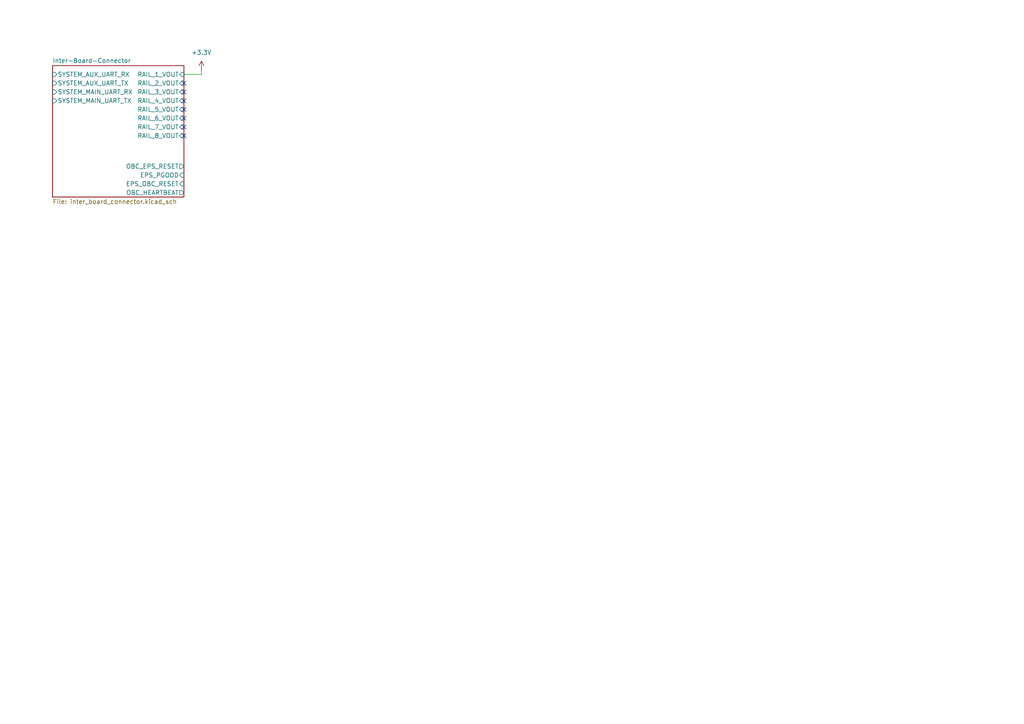
<source format=kicad_sch>
(kicad_sch (version 20250114) (generator "eeschema") (generator_version "9.0")
  (paper "A4")
  (title_block (title "OSUSat OBC") (date "2026-01-17") (rev "1") (company "SCRT"))
  (lib_symbols
    (symbol "power:+3.3V" (power) (pin_numbers (hide yes)) (pin_names (offset 0) (hide yes))
      (property "Value" "+3.3V" (at 0 3.556 0))
      (symbol "+3.3V_0_1"
        (polyline (pts (xy -0.762 1.27) (xy 0 2.54)))
        (polyline (pts (xy 0 2.54) (xy 0.762 1.27)))
        (polyline (pts (xy 0 0) (xy 0 2.54)))
      )
      (symbol "+3.3V_1_1"
        (pin power_in line (at 0 0 90) (length 0) (name "~") (number "1"))
      )
    )
  )
  (no_connect (at 53.34 39.37))
  (no_connect (at 53.34 24.13))
  (no_connect (at 53.34 36.83))
  (no_connect (at 53.34 26.67))
  (no_connect (at 53.34 31.75))
  (no_connect (at 53.34 34.29))
  (no_connect (at 53.34 29.21))
  (wire (pts (xy 53.34 21.59) (xy 58.42 21.59)))
  (wire (pts (xy 58.42 21.59) (xy 58.42 20.32)))
  (symbol (lib_id "power:+3.3V") (at 58.42 20.32 0) (unit 1)
    (property "Reference" "#PWR01" (effects (hide yes)))
    (property "Value" "+3.3V" (at 58.42 15.24 0))
    (property "Description" "Power symbol creates a global label with name \"+3.3V\"" (effects (hide yes)))
  )
  (sheet (at 15.24 19.05) (size 38.1 38.1) (stroke (width 0.1524))
    (property "Sheetname" "Inter-Board-Connector" (at 15.24 18.3384 0) (effects (justify left bottom)))
    (property "Sheetfile" "inter_board_connector.kicad_sch" (at 15.24 57.7346 0) (effects (justify left top)))
    (pin "EPS_OBC_RESET" input (at 53.34 53.34 0))
    (pin "EPS_PGOOD" input (at 53.34 50.8 0))
    (pin "OBC_EPS_RESET" output (at 53.34 48.26 0))
    (pin "OBC_HEARTBEAT" output (at 53.34 55.88 0))
    (pin "RAIL_1_VOUT" input (at 53.34 21.59 0))
    (pin "RAIL_2_VOUT" input (at 53.34 24.13 0))
    (pin "RAIL_3_VOUT" input (at 53.34 26.67 0))
    (pin "RAIL_4_VOUT" input (at 53.34 29.21 0))
    (pin "RAIL_5_VOUT" input (at 53.34 31.75 0))
    (pin "RAIL_6_VOUT" input (at 53.34 34.29 0))
    (pin "RAIL_7_VOUT" input (at 53.34 36.83 0))
    (pin "RAIL_8_VOUT" input (at 53.34 39.37 0))
    (pin "SYSTEM_AUX_UART_RX" input (at 15.24 21.59 180))
    (pin "SYSTEM_AUX_UART_TX" input (at 15.24 24.13 180))
    (pin "SYSTEM_MAIN_UART_RX" input (at 15.24 26.67 180))
    (pin "SYSTEM_MAIN_UART_TX" input (at 15.24 29.21 180))
  )
)
</source>
